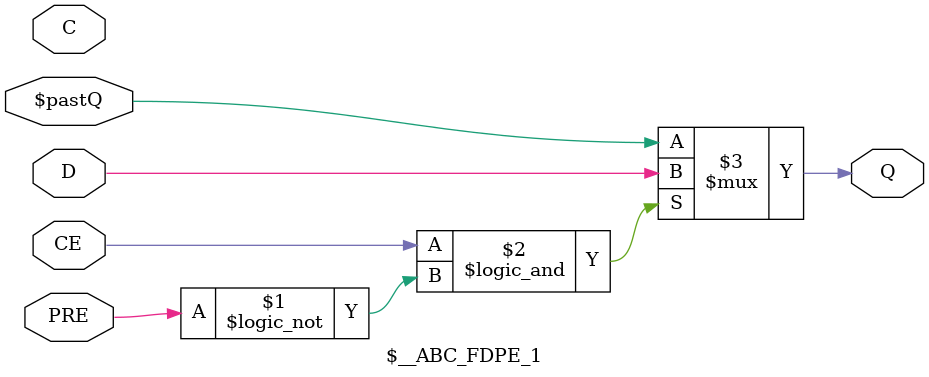
<source format=v>
/*
 *  yosys -- Yosys Open SYnthesis Suite
 *
 *  Copyright (C) 2012  Clifford Wolf <clifford@clifford.at>
 *                2019  Eddie Hung    <eddie@fpgeh.com>
 *
 *  Permission to use, copy, modify, and/or distribute this software for any
 *  purpose with or without fee is hereby granted, provided that the above
 *  copyright notice and this permission notice appear in all copies.
 *
 *  THE SOFTWARE IS PROVIDED "AS IS" AND THE AUTHOR DISCLAIMS ALL WARRANTIES
 *  WITH REGARD TO THIS SOFTWARE INCLUDING ALL IMPLIED WARRANTIES OF
 *  MERCHANTABILITY AND FITNESS. IN NO EVENT SHALL THE AUTHOR BE LIABLE FOR
 *  ANY SPECIAL, DIRECT, INDIRECT, OR CONSEQUENTIAL DAMAGES OR ANY DAMAGES
 *  WHATSOEVER RESULTING FROM LOSS OF USE, DATA OR PROFITS, WHETHER IN AN
 *  ACTION OF CONTRACT, NEGLIGENCE OR OTHER TORTIOUS ACTION, ARISING OUT OF
 *  OR IN CONNECTION WITH THE USE OR PERFORMANCE OF THIS SOFTWARE.
 *
 */

// ============================================================================

module FDRE (output reg Q, input C, CE, D, R);
  parameter [0:0] INIT = 1'b0;
  parameter [0:0] IS_C_INVERTED = 1'b0;
  parameter [0:0] IS_D_INVERTED = 1'b0;
  parameter [0:0] IS_R_INVERTED = 1'b0;
  wire \$nextQ ;
  \$__ABC_FDRE #(
    .INIT(|0),
    .IS_C_INVERTED(IS_C_INVERTED),
    .IS_D_INVERTED(IS_D_INVERTED),
    .IS_R_INVERTED(IS_R_INVERTED),
    .\$abc_flop_clk_pol (!IS_C_INVERTED),
    .\$abc_flop_en_pol (1'b1)
  ) _TECHMAP_REPLACE_ (
    .D(D), .Q(\$nextQ ), .\$pastQ (Q), .C(C), .CE(CE), .R(R)
  );
  \$__ABC_FF_ abc_dff (.D(\$nextQ ), .Q(Q));
endmodule
module FDRE_1 (output reg Q, input C, CE, D, R);
  parameter [0:0] INIT = 1'b0;
  wire \$nextQ ;
  \$__ABC_FDRE_1 #(.INIT(|0),
    .\$abc_flop_clk_pol (1'b1),
    .\$abc_flop_en_pol (1'b1)
  ) _TECHMAP_REPLACE_ (
    .D(D), .Q(\$nextQ ), .\$pastQ (Q), .C(C), .CE(CE), .R(R)
  );
  \$__ABC_FF_ abc_dff (.D(\$nextQ ), .Q(Q));
endmodule

module FDCE (output reg Q, input C, CE, D, CLR);
  parameter [0:0] INIT = 1'b0;
  parameter [0:0] IS_C_INVERTED = 1'b0;
  parameter [0:0] IS_D_INVERTED = 1'b0;
  parameter [0:0] IS_CLR_INVERTED = 1'b0;
  wire \$nextQ , \$currQ ;
  \$__ABC_FDCE #(
    .INIT(|0),
    .IS_C_INVERTED(IS_C_INVERTED),
    .IS_D_INVERTED(IS_D_INVERTED),
    .IS_CLR_INVERTED(IS_CLR_INVERTED),
    .\$abc_flop_clk_pol (!IS_C_INVERTED),
    .\$abc_flop_en_pol (1'b1)
  ) _TECHMAP_REPLACE_ (
    .D(D), .Q(\$nextQ ), .\$pastQ (Q), .C(C), .CE(CE), .CLR(CLR)
  );
  \$__ABC_FF_ abc_dff (.D(\$nextQ ), .Q(Q));
  \$__ABC_FD_ASYNC_MUX abc_async_mux (.A(\$currQ ), .B(1'b0), .S(CLR), .Y(Q));
endmodule
module FDCE_1 (output reg Q, input C, CE, D, CLR);
  parameter [0:0] INIT = 1'b0;
  wire \$nextQ , \$currQ ;
  \$__ABC_FDCE_1 #(
    .INIT(|0),
    .\$abc_flop_clk_pol (1'b1),
    .\$abc_flop_en_pol (1'b1)
  ) _TECHMAP_REPLACE_ (
    .D(D), .Q(\$nextQ ), .\$pastQ (Q), .C(C), .CE(CE), .CLR(CLR)
  );
  \$__ABC_FF_ abc_dff (.D(\$nextQ ), .Q(\$currQ ));
  \$__ABC_FD_ASYNC_MUX abc_async_mux (.A(\$currQ ), .B(1'b0), .S(CLR), .Y(Q));
endmodule

module FDPE (output reg Q, input C, CE, D, PRE);
  parameter [0:0] INIT = 1'b0;
  parameter [0:0] IS_C_INVERTED = 1'b0;
  parameter [0:0] IS_D_INVERTED = 1'b0;
  parameter [0:0] IS_PRE_INVERTED = 1'b0;
  wire \$nextQ , \$currQ ;
  \$__ABC_FDCE #(
    .INIT(|0),
    .IS_C_INVERTED(IS_C_INVERTED),
    .IS_D_INVERTED(IS_D_INVERTED),
    .IS_PRE_INVERTED(IS_PRE_INVERTED),
    .\$abc_flop_clk_pol (!IS_C_INVERTED),
    .\$abc_flop_en_pol (1'b1)
  ) _TECHMAP_REPLACE_ (
    .D(D), .Q(\$nextQ ), .\$pastQ (Q), .C(C), .CE(CE), .PRE(PRE)
  );
  \$__ABC_FF_ abc_dff (.D(\$nextQ ), .Q(Q));
  generate
    if (IS_PRE_INVERTED)
      \$__ABC_FD_ASYNC_MUX abc_async_mux (.A(\$currQ ), .B(1'b1), .S(PRE), .Y(Q));
    else
      \$__ABC_FD_ASYNC_MUX abc_async_mux (.A(1'b1), .B(\$currQ ), .S(PRE), .Y(Q));
  endgenerate
endmodule
module FDPE_1 (output reg Q, input C, CE, D, CLR);
  parameter [0:0] INIT = 1'b0;
  wire \$nextQ , \$currQ ;
  \$__ABC_FDPE_1 #(
    .INIT(|0),
    .\$abc_flop_clk_pol (1'b1),
    .\$abc_flop_en_pol (1'b1)
  ) _TECHMAP_REPLACE_ (
    .D(D), .Q(\$nextQ ), .\$pastQ (Q), .C(C), .CE(CE), .PRE(PRE)
  );
  \$__ABC_FF_ abc_dff (.D(\$nextQ ), .Q(Q));
  \$__ABC_FD_ASYNC_MUX abc_async_mux (.A(\$currQ ), .B(1'b1), .S(PRE), .Y(Q));
endmodule

`ifndef _ABC
module \$__ABC_FF_ (input C, D, output Q);
endmodule

(* abc_box_id = 1000 *)
module \$__ABC_FD_ASYNC_MUX (input A, B, S, output Q);
//  assign Q = S ? B : A;
endmodule

(* abc_box_id = 1001, lib_whitebox, abc_flop = "FDRE" *)
module \$__ABC_FDRE ((* abc_flop_q *)   output Q,
                     (* abc_flop_clk *) input C,
                     (* abc_flop_en *)  input CE,
                     (* abc_flop_d *)   input D,
                     input R, \$pastQ );
  parameter [0:0] INIT = 1'b0;
  parameter [0:0] IS_C_INVERTED = 1'b0;
  parameter [0:0] IS_D_INVERTED = 1'b0;
  parameter [0:0] IS_R_INVERTED = 1'b0;
  parameter \$abc_flop_clk_pol = ~IS_C_INVERTED;
  parameter \$abc_flop_en_pol = 1'b1;
  assign Q = (R ^ IS_R_INVERTED) ? 1'b0 : (CE ? (D ^ IS_D_INVERTED) : \$pastQ );
endmodule

(* abc_box_id = 1002, lib_whitebox, abc_flop = "FDRE_1" *)
module \$__ABC_FDRE_1 ((* abc_flop_q *)   output Q,
                       (* abc_flop_clk *) input C,
                       (* abc_flop_en *)  input CE,
                       (* abc_flop_d *)   input D,
                       input R, \$pastQ );
  parameter [0:0] INIT = 1'b0;
  parameter \$abc_flop_clk_pol = 1'b1;
  parameter \$abc_flop_en_pol = 1'b1;
  assign Q = R ? 1'b0 : (CE ? D : \$pastQ );
endmodule

(* abc_box_id = 1003, lib_whitebox, abc_flop = "FDCE" *)
module \$__ABC_FDCE ((* abc_flop_q *)   output Q,
                     (* abc_flop_clk *) input C,
                     (* abc_flop_en *)  input CE,
                     (* abc_flop_d *)   input D,
                     input CLR, \$pastQ );
  parameter [0:0] INIT = 1'b0;
  parameter [0:0] IS_C_INVERTED = 1'b0;
  parameter [0:0] IS_D_INVERTED = 1'b0;
  parameter [0:0] IS_CLR_INVERTED = 1'b0;
  parameter \$abc_flop_clk_pol = ~IS_C_INVERTED;
  parameter \$abc_flop_en_pol = 1'b1;
  assign Q = (CE && !(CLR ^ IS_CLR_INVERTED)) ? (D ^ IS_D_INVERTED) : \$pastQ ;
endmodule

(* abc_box_id = 1004, lib_whitebox, abc_flop = "FDCE_1" *)
module \$__ABC_FDCE_1 ((* abc_flop_q *)   output Q,
                       (* abc_flop_clk *) input C,
                       (* abc_flop_en *)  input CE,
                       (* abc_flop_d *)   input D,
                       input CLR, \$pastQ );
  parameter [0:0] INIT = 1'b0;
  parameter \$abc_flop_clk_pol = 1'b1;
  parameter \$abc_flop_en_inv = 1'b1;
  assign Q = (CE && !CLR) ? D : \$pastQ ;
endmodule

(* abc_box_id = 1005, lib_whitebox, abc_flop = "FDPE" *)
module \$__ABC_FDPE ((* abc_flop_q *)   output Q,
                     (* abc_flop_clk *) input C,
                     (* abc_flop_en *)  input CE,
                     (* abc_flop_d *)   input D,
                     input PRE, \$pastQ );
  parameter [0:0] INIT = 1'b0;
  parameter [0:0] IS_C_INVERTED = 1'b0;
  parameter [0:0] IS_D_INVERTED = 1'b0;
  parameter [0:0] IS_PRE_INVERTED = 1'b0;
  parameter \$abc_flop_clk_pol = ~IS_C_INVERTED;
  parameter \$abc_flop_en_pol = 1'b1;
  assign Q = (CE && !(PRE ^ IS_PRE_INVERTED)) ? (D ^ IS_D_INVERTED) : \$pastQ ;
endmodule

(* abc_box_id = 1006, lib_whitebox, abc_flop = "FDPE_1" *)
module \$__ABC_FDPE_1 ((* abc_flop_q *)   output Q,
                       (* abc_flop_clk *) input C,
                       (* abc_flop_en *)  input CE,
                       (* abc_flop_d *)   input D,
                       input PRE, \$pastQ );
  parameter [0:0] INIT = 1'b0;
  parameter \$abc_flop_clk_pol = ~IS_C_INVERTED;
  parameter \$abc_flop_en_pol = 1'b1;
  assign Q = (CE && !PRE) ? D : \$pastQ ;
endmodule

`endif

</source>
